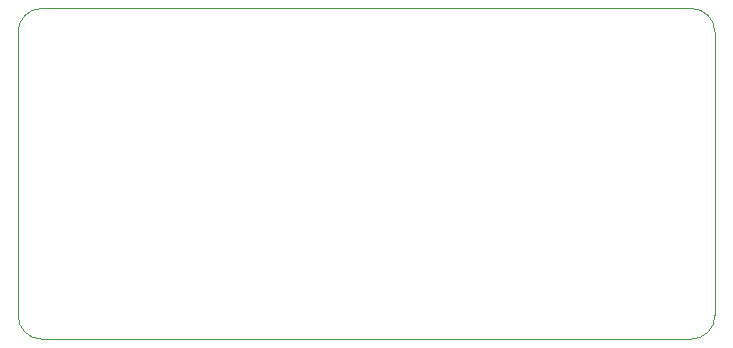
<source format=gbr>
%TF.GenerationSoftware,KiCad,Pcbnew,6.0.1-79c1e3a40b~116~ubuntu20.04.1*%
%TF.CreationDate,2022-02-14T03:59:38+01:00*%
%TF.ProjectId,USB-to-UART-Bridge,5553422d-746f-42d5-9541-52542d427269,rev?*%
%TF.SameCoordinates,Original*%
%TF.FileFunction,Profile,NP*%
%FSLAX46Y46*%
G04 Gerber Fmt 4.6, Leading zero omitted, Abs format (unit mm)*
G04 Created by KiCad (PCBNEW 6.0.1-79c1e3a40b~116~ubuntu20.04.1) date 2022-02-14 03:59:38*
%MOMM*%
%LPD*%
G01*
G04 APERTURE LIST*
%TA.AperFunction,Profile*%
%ADD10C,0.100000*%
%TD*%
G04 APERTURE END LIST*
D10*
X87250000Y-56032989D02*
X142250000Y-56032989D01*
X85250000Y-82032989D02*
X85250000Y-58032989D01*
X142250000Y-84032989D02*
X87250000Y-84032989D01*
X144250000Y-58032989D02*
X144250000Y-82032989D01*
X142250000Y-84032989D02*
G75*
G03*
X144250000Y-82032989I0J2000000D01*
G01*
X144250000Y-58032989D02*
G75*
G03*
X142250000Y-56032989I-2000000J0D01*
G01*
X85250000Y-82032989D02*
G75*
G03*
X87250000Y-84032989I2000000J0D01*
G01*
X87250000Y-56032989D02*
G75*
G03*
X85250000Y-58032989I0J-2000000D01*
G01*
M02*

</source>
